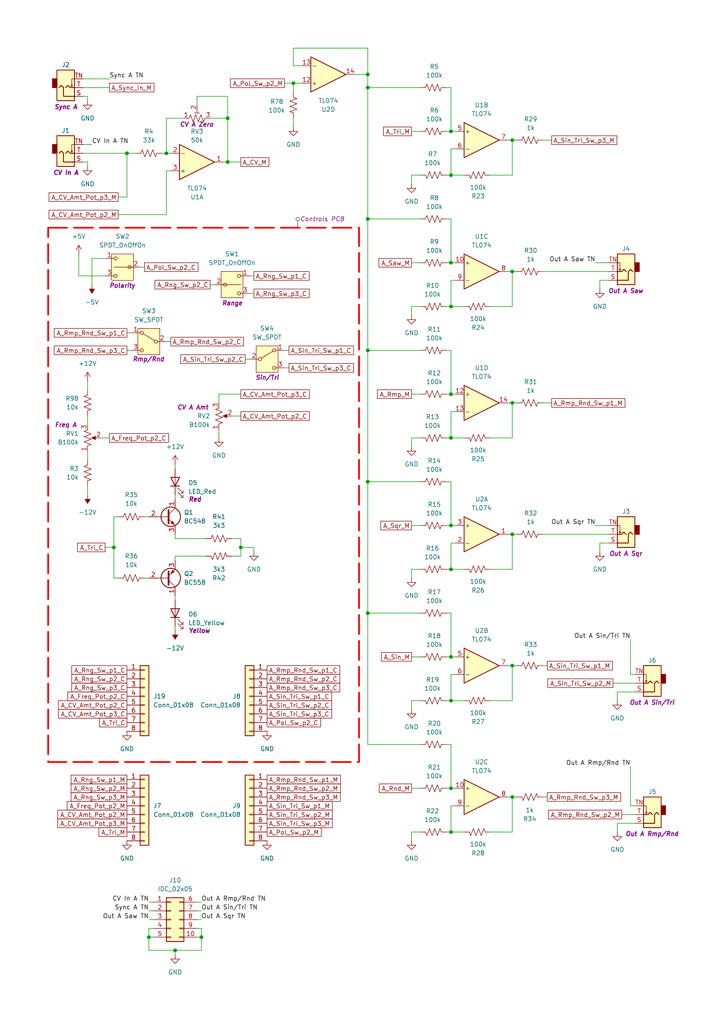
<source format=kicad_sch>
(kicad_sch (version 20250114) (generator "eeschema") (generator_version "9.0")
  (paper "A4" portrait)
  (title_block (company "DMH Instruments") (comment 1 "PCB for 10cm Kosmo format synthesizer module"))
  (junction (at 148.59 193.04))
  (junction (at 106.68 63.5))
  (junction (at 50.8 275.59))
  (junction (at 69.85 158.75))
  (junction (at 106.68 177.8))
  (junction (at 106.68 21.59))
  (junction (at 48.26 44.45))
  (junction (at 130.81 38.1))
  (junction (at 148.59 154.94))
  (junction (at 36.83 44.45))
  (junction (at 130.81 165.1))
  (junction (at 106.68 101.6))
  (junction (at 130.81 241.3))
  (junction (at 130.81 203.2))
  (junction (at 58.42 271.78))
  (junction (at 130.81 127))
  (junction (at 148.59 231.14))
  (junction (at 85.09 24.13))
  (junction (at 148.59 116.84))
  (junction (at 130.81 152.4))
  (junction (at 106.68 139.7))
  (junction (at 130.81 88.9))
  (junction (at 66.04 46.99))
  (junction (at 148.59 78.74))
  (junction (at 130.81 76.2))
  (junction (at 130.81 50.8))
  (junction (at 66.04 34.29))
  (junction (at 130.81 114.3))
  (junction (at 43.18 271.78))
  (junction (at 33.02 158.75))
  (junction (at 130.81 228.6))
  (junction (at 106.68 25.4))
  (junction (at 148.59 40.64))
  (junction (at 130.81 190.5))
  (wire (pts (xy 25.4 140.97) (xy 25.4 143.51)))
  (wire (pts (xy 119.38 203.2) (xy 119.38 205.74)))
  (wire (pts (xy 149.86 193.04) (xy 148.59 193.04)))
  (wire (pts (xy 129.54 127) (xy 130.81 127)))
  (wire (pts (xy 182.88 233.68) (xy 184.15 233.68)))
  (wire (pts (xy 130.81 114.3) (xy 132.08 114.3)))
  (wire (pts (xy 58.42 271.78) (xy 58.42 275.59)))
  (wire (pts (xy 22.86 73.66) (xy 22.86 80.01)))
  (wire (pts (xy 106.68 63.5) (xy 106.68 101.6)))
  (wire (pts (xy 157.48 78.74) (xy 176.53 78.74)))
  (wire (pts (xy 173.99 157.48) (xy 173.99 160.02)))
  (wire (pts (xy 66.04 46.99) (xy 64.77 46.99)))
  (wire (pts (xy 157.48 116.84) (xy 160.02 116.84)))
  (wire (pts (xy 130.81 233.68) (xy 132.08 233.68)))
  (wire (pts (xy 33.02 158.75) (xy 33.02 149.86)))
  (wire (pts (xy 121.92 177.8) (xy 106.68 177.8)))
  (wire (pts (xy 180.34 236.22) (xy 184.15 236.22)))
  (wire (pts (xy 57.15 30.48) (xy 57.15 27.94)))
  (wire (pts (xy 179.07 200.66) (xy 179.07 203.2)))
  (wire (pts (xy 130.81 88.9) (xy 130.81 81.28)))
  (wire (pts (xy 72.39 80.01) (xy 73.66 80.01)))
  (wire (pts (xy 147.32 231.14) (xy 148.59 231.14)))
  (wire (pts (xy 72.39 85.09) (xy 73.66 85.09)))
  (wire (pts (xy 147.32 154.94) (xy 148.59 154.94)))
  (wire (pts (xy 48.26 44.45) (xy 49.53 44.45)))
  (wire (pts (xy 25.4 120.65) (xy 25.4 123.19)))
  (wire (pts (xy 50.8 156.21) (xy 50.8 154.94)))
  (wire (pts (xy 147.32 116.84) (xy 148.59 116.84)))
  (wire (pts (xy 179.07 238.76) (xy 179.07 241.3)))
  (wire (pts (xy 106.68 25.4) (xy 106.68 21.59)))
  (wire (pts (xy 129.54 228.6) (xy 130.81 228.6)))
  (wire (pts (xy 24.13 22.86) (xy 31.75 22.86)))
  (wire (pts (xy 119.38 241.3) (xy 121.92 241.3)))
  (wire (pts (xy 59.69 156.21) (xy 50.8 156.21)))
  (wire (pts (xy 41.91 149.86) (xy 43.18 149.86)))
  (wire (pts (xy 57.15 261.62) (xy 58.42 261.62)))
  (wire (pts (xy 119.38 88.9) (xy 119.38 91.44)))
  (wire (pts (xy 73.66 158.75) (xy 73.66 160.02)))
  (wire (pts (xy 119.38 127) (xy 119.38 129.54)))
  (wire (pts (xy 130.81 119.38) (xy 132.08 119.38)))
  (wire (pts (xy 184.15 238.76) (xy 179.07 238.76)))
  (wire (pts (xy 30.48 80.01) (xy 22.86 80.01)))
  (wire (pts (xy 129.54 190.5) (xy 130.81 190.5)))
  (wire (pts (xy 148.59 88.9) (xy 142.24 88.9)))
  (wire (pts (xy 82.55 24.13) (xy 85.09 24.13)))
  (wire (pts (xy 50.8 275.59) (xy 50.8 276.86)))
  (wire (pts (xy 50.8 143.51) (xy 50.8 144.78)))
  (wire (pts (xy 129.54 88.9) (xy 130.81 88.9)))
  (wire (pts (xy 33.02 167.64) (xy 33.02 158.75)))
  (wire (pts (xy 130.81 139.7) (xy 130.81 152.4)))
  (wire (pts (xy 25.4 110.49) (xy 25.4 113.03)))
  (wire (pts (xy 121.92 139.7) (xy 106.68 139.7)))
  (wire (pts (xy 83.82 106.68) (xy 82.55 106.68)))
  (wire (pts (xy 25.4 48.26) (xy 25.4 46.99)))
  (wire (pts (xy 34.29 167.64) (xy 33.02 167.64)))
  (wire (pts (xy 30.48 158.75) (xy 33.02 158.75)))
  (wire (pts (xy 172.72 152.4) (xy 176.53 152.4)))
  (wire (pts (xy 130.81 81.28) (xy 132.08 81.28)))
  (wire (pts (xy 130.81 241.3) (xy 130.81 233.68)))
  (wire (pts (xy 29.21 127) (xy 31.75 127)))
  (wire (pts (xy 66.04 34.29) (xy 66.04 46.99)))
  (wire (pts (xy 130.81 50.8) (xy 130.81 43.18)))
  (wire (pts (xy 148.59 193.04) (xy 148.59 203.2)))
  (wire (pts (xy 43.18 264.16) (xy 44.45 264.16)))
  (wire (pts (xy 147.32 193.04) (xy 148.59 193.04)))
  (wire (pts (xy 129.54 38.1) (xy 130.81 38.1)))
  (wire (pts (xy 119.38 152.4) (xy 121.92 152.4)))
  (wire (pts (xy 130.81 63.5) (xy 130.81 76.2)))
  (wire (pts (xy 149.86 154.94) (xy 148.59 154.94)))
  (wire (pts (xy 130.81 165.1) (xy 134.62 165.1)))
  (wire (pts (xy 85.09 34.29) (xy 85.09 36.83)))
  (wire (pts (xy 119.38 88.9) (xy 121.92 88.9)))
  (wire (pts (xy 57.15 271.78) (xy 58.42 271.78)))
  (wire (pts (xy 130.81 43.18) (xy 132.08 43.18)))
  (wire (pts (xy 34.29 62.23) (xy 48.26 62.23)))
  (wire (pts (xy 106.68 101.6) (xy 121.92 101.6)))
  (wire (pts (xy 85.09 24.13) (xy 85.09 26.67)))
  (wire (pts (xy 130.81 25.4) (xy 130.81 38.1)))
  (wire (pts (xy 158.75 231.14) (xy 157.48 231.14)))
  (wire (pts (xy 43.18 269.24) (xy 43.18 271.78)))
  (wire (pts (xy 67.31 120.65) (xy 69.85 120.65)))
  (wire (pts (xy 24.13 25.4) (xy 31.75 25.4)))
  (wire (pts (xy 148.59 231.14) (xy 148.59 241.3)))
  (wire (pts (xy 43.18 271.78) (xy 43.18 275.59)))
  (wire (pts (xy 44.45 269.24) (xy 43.18 269.24)))
  (wire (pts (xy 24.13 44.45) (xy 36.83 44.45)))
  (wire (pts (xy 130.81 127) (xy 130.81 119.38)))
  (wire (pts (xy 130.81 177.8) (xy 130.81 190.5)))
  (wire (pts (xy 48.26 34.29) (xy 48.26 44.45)))
  (wire (pts (xy 59.69 161.29) (xy 50.8 161.29)))
  (wire (pts (xy 148.59 50.8) (xy 142.24 50.8)))
  (wire (pts (xy 147.32 40.64) (xy 148.59 40.64)))
  (wire (pts (xy 50.8 161.29) (xy 50.8 162.56)))
  (wire (pts (xy 130.81 38.1) (xy 132.08 38.1)))
  (wire (pts (xy 85.09 24.13) (xy 87.63 24.13)))
  (wire (pts (xy 25.4 130.81) (xy 25.4 133.35)))
  (wire (pts (xy 119.38 127) (xy 121.92 127)))
  (wire (pts (xy 67.31 156.21) (xy 69.85 156.21)))
  (wire (pts (xy 25.4 29.21) (xy 25.4 27.94)))
  (wire (pts (xy 121.92 63.5) (xy 106.68 63.5)))
  (wire (pts (xy 36.83 57.15) (xy 36.83 44.45)))
  (wire (pts (xy 57.15 266.7) (xy 58.42 266.7)))
  (wire (pts (xy 106.68 13.97) (xy 106.68 21.59)))
  (wire (pts (xy 30.48 74.93) (xy 26.67 74.93)))
  (wire (pts (xy 66.04 46.99) (xy 69.85 46.99)))
  (wire (pts (xy 50.8 181.61) (xy 50.8 182.88)))
  (wire (pts (xy 121.92 215.9) (xy 106.68 215.9)))
  (wire (pts (xy 106.68 139.7) (xy 106.68 177.8)))
  (wire (pts (xy 184.15 200.66) (xy 179.07 200.66)))
  (wire (pts (xy 43.18 275.59) (xy 50.8 275.59)))
  (wire (pts (xy 69.85 158.75) (xy 73.66 158.75)))
  (wire (pts (xy 130.81 241.3) (xy 134.62 241.3)))
  (wire (pts (xy 147.32 78.74) (xy 148.59 78.74)))
  (wire (pts (xy 130.81 50.8) (xy 134.62 50.8)))
  (wire (pts (xy 67.31 161.29) (xy 69.85 161.29)))
  (wire (pts (xy 58.42 269.24) (xy 58.42 271.78)))
  (wire (pts (xy 148.59 165.1) (xy 142.24 165.1)))
  (wire (pts (xy 130.81 203.2) (xy 130.81 195.58)))
  (wire (pts (xy 129.54 139.7) (xy 130.81 139.7)))
  (wire (pts (xy 182.88 195.58) (xy 184.15 195.58)))
  (wire (pts (xy 106.68 101.6) (xy 106.68 139.7)))
  (wire (pts (xy 119.38 50.8) (xy 121.92 50.8)))
  (wire (pts (xy 130.81 101.6) (xy 130.81 114.3)))
  (wire (pts (xy 129.54 152.4) (xy 130.81 152.4)))
  (wire (pts (xy 157.48 154.94) (xy 176.53 154.94)))
  (wire (pts (xy 119.38 228.6) (xy 121.92 228.6)))
  (wire (pts (xy 66.04 27.94) (xy 66.04 34.29)))
  (wire (pts (xy 25.4 27.94) (xy 24.13 27.94)))
  (wire (pts (xy 129.54 177.8) (xy 130.81 177.8)))
  (wire (pts (xy 176.53 157.48) (xy 173.99 157.48)))
  (wire (pts (xy 177.8 198.12) (xy 184.15 198.12)))
  (wire (pts (xy 148.59 116.84) (xy 148.59 127)))
  (wire (pts (xy 57.15 27.94) (xy 66.04 27.94)))
  (wire (pts (xy 173.99 81.28) (xy 173.99 83.82)))
  (wire (pts (xy 69.85 158.75) (xy 69.85 161.29)))
  (wire (pts (xy 50.8 275.59) (xy 58.42 275.59)))
  (wire (pts (xy 130.81 152.4) (xy 132.08 152.4)))
  (wire (pts (xy 60.96 82.55) (xy 62.23 82.55)))
  (wire (pts (xy 50.8 172.72) (xy 50.8 173.99)))
  (wire (pts (xy 130.81 165.1) (xy 130.81 157.48)))
  (wire (pts (xy 130.81 215.9) (xy 130.81 228.6)))
  (wire (pts (xy 149.86 116.84) (xy 148.59 116.84)))
  (wire (pts (xy 85.09 19.05) (xy 85.09 13.97)))
  (wire (pts (xy 130.81 127) (xy 134.62 127)))
  (wire (pts (xy 106.68 63.5) (xy 106.68 25.4)))
  (wire (pts (xy 129.54 63.5) (xy 130.81 63.5)))
  (wire (pts (xy 130.81 203.2) (xy 134.62 203.2)))
  (wire (pts (xy 48.26 34.29) (xy 53.34 34.29)))
  (wire (pts (xy 129.54 215.9) (xy 130.81 215.9)))
  (wire (pts (xy 85.09 13.97) (xy 106.68 13.97)))
  (wire (pts (xy 106.68 25.4) (xy 121.92 25.4)))
  (wire (pts (xy 63.5 114.3) (xy 63.5 116.84)))
  (wire (pts (xy 40.64 77.47) (xy 41.91 77.47)))
  (wire (pts (xy 43.18 266.7) (xy 44.45 266.7)))
  (wire (pts (xy 43.18 261.62) (xy 44.45 261.62)))
  (wire (pts (xy 41.91 167.64) (xy 43.18 167.64)))
  (wire (pts (xy 148.59 241.3) (xy 142.24 241.3)))
  (wire (pts (xy 130.81 228.6) (xy 132.08 228.6)))
  (wire (pts (xy 50.8 134.62) (xy 50.8 135.89)))
  (wire (pts (xy 57.15 264.16) (xy 58.42 264.16)))
  (wire (pts (xy 130.81 157.48) (xy 132.08 157.48)))
  (wire (pts (xy 36.83 101.6) (xy 38.1 101.6)))
  (wire (pts (xy 46.99 44.45) (xy 48.26 44.45)))
  (wire (pts (xy 119.38 114.3) (xy 121.92 114.3)))
  (wire (pts (xy 119.38 190.5) (xy 121.92 190.5)))
  (wire (pts (xy 129.54 76.2) (xy 130.81 76.2)))
  (wire (pts (xy 60.96 34.29) (xy 66.04 34.29)))
  (wire (pts (xy 148.59 40.64) (xy 148.59 50.8)))
  (wire (pts (xy 172.72 76.2) (xy 176.53 76.2)))
  (wire (pts (xy 119.38 50.8) (xy 119.38 53.34)))
  (wire (pts (xy 48.26 62.23) (xy 48.26 49.53)))
  (wire (pts (xy 87.63 19.05) (xy 85.09 19.05)))
  (wire (pts (xy 57.15 269.24) (xy 58.42 269.24)))
  (wire (pts (xy 148.59 78.74) (xy 148.59 88.9)))
  (wire (pts (xy 182.88 233.68) (xy 182.88 222.25)))
  (wire (pts (xy 69.85 114.3) (xy 63.5 114.3)))
  (wire (pts (xy 36.83 44.45) (xy 39.37 44.45)))
  (wire (pts (xy 129.54 203.2) (xy 130.81 203.2)))
  (wire (pts (xy 25.4 46.99) (xy 24.13 46.99)))
  (wire (pts (xy 149.86 40.64) (xy 148.59 40.64)))
  (wire (pts (xy 148.59 203.2) (xy 142.24 203.2)))
  (wire (pts (xy 24.13 41.91) (xy 26.67 41.91)))
  (wire (pts (xy 102.87 21.59) (xy 106.68 21.59)))
  (wire (pts (xy 157.48 40.64) (xy 160.02 40.64)))
  (wire (pts (xy 48.26 99.06) (xy 49.53 99.06)))
  (wire (pts (xy 130.81 76.2) (xy 132.08 76.2)))
  (wire (pts (xy 43.18 271.78) (xy 44.45 271.78)))
  (wire (pts (xy 130.81 190.5) (xy 132.08 190.5)))
  (wire (pts (xy 119.38 76.2) (xy 121.92 76.2)))
  (wire (pts (xy 129.54 241.3) (xy 130.81 241.3)))
  (wire (pts (xy 106.68 215.9) (xy 106.68 177.8)))
  (wire (pts (xy 176.53 81.28) (xy 173.99 81.28)))
  (wire (pts (xy 148.59 127) (xy 142.24 127)))
  (wire (pts (xy 48.26 49.53) (xy 49.53 49.53)))
  (wire (pts (xy 34.29 57.15) (xy 36.83 57.15)))
  (wire (pts (xy 72.39 104.14) (xy 71.12 104.14)))
  (wire (pts (xy 129.54 50.8) (xy 130.81 50.8)))
  (wire (pts (xy 119.38 241.3) (xy 119.38 243.84)))
  (wire (pts (xy 36.83 96.52) (xy 38.1 96.52)))
  (wire (pts (xy 130.81 88.9) (xy 134.62 88.9)))
  (wire (pts (xy 129.54 165.1) (xy 130.81 165.1)))
  (wire (pts (xy 119.38 165.1) (xy 119.38 167.64)))
  (wire (pts (xy 182.88 185.42) (xy 182.88 195.58)))
  (wire (pts (xy 130.81 195.58) (xy 132.08 195.58)))
  (wire (pts (xy 119.38 38.1) (xy 121.92 38.1)))
  (wire (pts (xy 119.38 165.1) (xy 121.92 165.1)))
  (wire (pts (xy 119.38 203.2) (xy 121.92 203.2)))
  (wire (pts (xy 129.54 25.4) (xy 130.81 25.4)))
  (wire (pts (xy 63.5 124.46) (xy 63.5 127)))
  (wire (pts (xy 129.54 114.3) (xy 130.81 114.3)))
  (wire (pts (xy 148.59 154.94) (xy 148.59 165.1)))
  (wire (pts (xy 149.86 78.74) (xy 148.59 78.74)))
  (wire (pts (xy 83.82 101.6) (xy 82.55 101.6)))
  (wire (pts (xy 148.59 231.14) (xy 149.86 231.14)))
  (wire (pts (xy 33.02 149.86) (xy 34.29 149.86)))
  (wire (pts (xy 69.85 156.21) (xy 69.85 158.75)))
  (wire (pts (xy 157.48 193.04) (xy 158.75 193.04)))
  (wire (pts (xy 26.67 74.93) (xy 26.67 82.55)))
  (wire (pts (xy 129.54 101.6) (xy 130.81 101.6)))
  (label "Out A Sin{slash}Tri TN" (at 182.88 185.42 180))
  (label "Out A Rmp{slash}Rnd TN" (at 58.42 261.62 0))
  (label "Out A Rmp{slash}Rnd TN" (at 182.88 222.25 180))
  (label "Out A Sqr TN" (at 172.72 152.4 180))
  (label "Out A Saw TN" (at 172.72 76.2 180))
  (label "Out A Sqr TN" (at 58.42 266.7 0))
  (label "Out A Sin{slash}Tri TN" (at 58.42 264.16 0))
  (label "Out A Saw TN" (at 43.18 266.7 180))
  (label "Sync A TN" (at 31.75 22.86 0))
  (label "Sync A TN" (at 43.18 264.16 180))
  (label "CV In A TN" (at 43.18 261.62 180))
  (label "CV In A TN" (at 26.67 41.91 0))
  (global_label "A_Rng_Sw_p2_C" (shape passive) (at 60.96 82.55 180) (property "Intersheetrefs" "${INTERSHEET_REFS}" (effects (hide yes))))
  (global_label "A_CV_M" (shape passive) (at 69.85 46.99 0) (property "Intersheetrefs" "${INTERSHEET_REFS}" (effects (hide yes))))
  (global_label "A_Freq_Pot_p2_C" (shape passive) (at 31.75 127 0) (property "Intersheetrefs" "${INTERSHEET_REFS}" (effects (hide yes))))
  (global_label "A_Sin_Tri_Sw_p1_C" (shape passive) (at 77.47 201.93 0) (property "Intersheetrefs" "${INTERSHEET_REFS}" (effects (hide yes))))
  (global_label "A_Rng_Sw_p1_M" (shape passive) (at 36.83 226.06 180) (property "Intersheetrefs" "${INTERSHEET_REFS}" (effects (hide yes))))
  (global_label "A_Pol_Sw_p2_C" (shape passive) (at 77.47 209.55 0) (property "Intersheetrefs" "${INTERSHEET_REFS}" (effects (hide yes))))
  (global_label "A_Sin_Tri_Sw_p1_M" (shape passive) (at 77.47 233.68 0) (property "Intersheetrefs" "${INTERSHEET_REFS}" (effects (hide yes))))
  (global_label "A_CV_Amt_Pot_p2_C" (shape passive) (at 69.85 120.65 0) (property "Intersheetrefs" "${INTERSHEET_REFS}" (effects (hide yes))))
  (global_label "A_Sin_Tri_Sw_p2_M" (shape passive) (at 77.47 236.22 0) (property "Intersheetrefs" "${INTERSHEET_REFS}" (effects (hide yes))))
  (global_label "A_Rng_Sw_p2_C" (shape passive) (at 36.83 196.85 180) (property "Intersheetrefs" "${INTERSHEET_REFS}" (effects (hide yes))))
  (global_label "A_Pol_Sw_p2_C" (shape passive) (at 41.91 77.47 0) (property "Intersheetrefs" "${INTERSHEET_REFS}" (effects (hide yes))))
  (global_label "A_CV_Amt_Pot_p2_M" (shape passive) (at 36.83 236.22 180) (property "Intersheetrefs" "${INTERSHEET_REFS}" (effects (hide yes))))
  (global_label "A_Rmp_Rnd_Sw_p1_C" (shape passive) (at 36.83 96.52 180) (property "Intersheetrefs" "${INTERSHEET_REFS}" (effects (hide yes))))
  (global_label "A_Rng_Sw_p2_M" (shape passive) (at 36.83 228.6 180) (property "Intersheetrefs" "${INTERSHEET_REFS}" (effects (hide yes))))
  (global_label "A_Tri_C" (shape passive) (at 30.48 158.75 180) (property "Intersheetrefs" "${INTERSHEET_REFS}" (effects (hide yes))))
  (global_label "A_Rmp_Rnd_Sw_p1_M" (shape passive) (at 160.02 116.84 0) (property "Intersheetrefs" "${INTERSHEET_REFS}" (effects (hide yes))))
  (global_label "A_CV_Amt_Pot_p2_M" (shape passive) (at 34.29 62.23 180) (property "Intersheetrefs" "${INTERSHEET_REFS}" (effects (hide yes))))
  (global_label "A_Rmp_Rnd_Sw_p3_M" (shape passive) (at 77.47 231.14 0) (property "Intersheetrefs" "${INTERSHEET_REFS}" (effects (hide yes))))
  (global_label "A_Rng_Sw_p3_M" (shape passive) (at 36.83 231.14 180) (property "Intersheetrefs" "${INTERSHEET_REFS}" (effects (hide yes))))
  (global_label "A_Rng_Sw_p3_C" (shape passive) (at 36.83 199.39 180) (property "Intersheetrefs" "${INTERSHEET_REFS}" (effects (hide yes))))
  (global_label "A_Rmp_Rnd_Sw_p1_M" (shape passive) (at 77.47 226.06 0) (property "Intersheetrefs" "${INTERSHEET_REFS}" (effects (hide yes))))
  (global_label "A_Freq_Pot_p2_C" (shape passive) (at 36.83 201.93 180) (property "Intersheetrefs" "${INTERSHEET_REFS}" (effects (hide yes))))
  (global_label "A_Sin_Tri_Sw_p3_M" (shape passive) (at 77.47 238.76 0) (property "Intersheetrefs" "${INTERSHEET_REFS}" (effects (hide yes))))
  (global_label "A_Rmp_M" (shape passive) (at 119.38 114.3 180) (property "Intersheetrefs" "${INTERSHEET_REFS}" (effects (hide yes))))
  (global_label "A_Rng_Sw_p1_C" (shape passive) (at 73.66 80.01 0) (property "Intersheetrefs" "${INTERSHEET_REFS}" (effects (hide yes))))
  (global_label "A_Pol_Sw_p2_M" (shape passive) (at 82.55 24.13 180) (property "Intersheetrefs" "${INTERSHEET_REFS}" (effects (hide yes))))
  (global_label "A_CV_Amt_Pot_p3_C" (shape passive) (at 36.83 207.01 180) (property "Intersheetrefs" "${INTERSHEET_REFS}" (effects (hide yes))))
  (global_label "A_Sin_Tri_Sw_p1_M" (shape passive) (at 158.75 193.04 0) (property "Intersheetrefs" "${INTERSHEET_REFS}" (effects (hide yes))))
  (global_label "A_Sync_In_M" (shape passive) (at 31.75 25.4 0) (property "Intersheetrefs" "${INTERSHEET_REFS}" (effects (hide yes))))
  (global_label "A_Sin_M" (shape passive) (at 119.38 190.5 180) (property "Intersheetrefs" "${INTERSHEET_REFS}" (effects (hide yes))))
  (global_label "A_Rmp_Rnd_Sw_p1_C" (shape passive) (at 77.47 194.31 0) (property "Intersheetrefs" "${INTERSHEET_REFS}" (effects (hide yes))))
  (global_label "A_CV_Amt_Pot_p3_C" (shape passive) (at 69.85 114.3 0) (property "Intersheetrefs" "${INTERSHEET_REFS}" (effects (hide yes))))
  (global_label "A_Rmp_Rnd_Sw_p2_M" (shape passive) (at 77.47 228.6 0) (property "Intersheetrefs" "${INTERSHEET_REFS}" (effects (hide yes))))
  (global_label "A_Sin_Tri_Sw_p3_C" (shape passive) (at 83.82 106.68 0) (property "Intersheetrefs" "${INTERSHEET_REFS}" (effects (hide yes))))
  (global_label "A_Sin_Tri_Sw_p3_C" (shape passive) (at 77.47 207.01 0) (property "Intersheetrefs" "${INTERSHEET_REFS}" (effects (hide yes))))
  (global_label "A_CV_Amt_Pot_p2_C" (shape passive) (at 36.83 204.47 180) (property "Intersheetrefs" "${INTERSHEET_REFS}" (effects (hide yes))))
  (global_label "A_Sin_Tri_Sw_p3_M" (shape passive) (at 160.02 40.64 0) (property "Intersheetrefs" "${INTERSHEET_REFS}" (effects (hide yes))))
  (global_label "A_Tri_M" (shape passive) (at 36.83 241.3 180) (property "Intersheetrefs" "${INTERSHEET_REFS}" (effects (hide yes))))
  (global_label "A_Sin_Tri_Sw_p2_M" (shape passive) (at 177.8 198.12 180) (property "Intersheetrefs" "${INTERSHEET_REFS}" (effects (hide yes))))
  (global_label "A_Rmp_Rnd_Sw_p3_M" (shape passive) (at 158.75 231.14 0) (property "Intersheetrefs" "${INTERSHEET_REFS}" (effects (hide yes))))
  (global_label "A_CV_Amt_Pot_p3_M" (shape passive) (at 36.83 238.76 180) (property "Intersheetrefs" "${INTERSHEET_REFS}" (effects (hide yes))))
  (global_label "A_Tri_C" (shape passive) (at 36.83 209.55 180) (property "Intersheetrefs" "${INTERSHEET_REFS}" (effects (hide yes))))
  (global_label "A_Pol_Sw_p2_M" (shape passive) (at 77.47 241.3 0) (property "Intersheetrefs" "${INTERSHEET_REFS}" (effects (hide yes))))
  (global_label "A_Sin_Tri_Sw_p2_C" (shape passive) (at 77.47 204.47 0) (property "Intersheetrefs" "${INTERSHEET_REFS}" (effects (hide yes))))
  (global_label "A_Rnd_M" (shape passive) (at 119.38 228.6 180) (property "Intersheetrefs" "${INTERSHEET_REFS}" (effects (hide yes))))
  (global_label "A_Rmp_Rnd_Sw_p2_C" (shape passive) (at 49.53 99.06 0) (property "Intersheetrefs" "${INTERSHEET_REFS}" (effects (hide yes))))
  (global_label "A_Rng_Sw_p3_C" (shape passive) (at 73.66 85.09 0) (property "Intersheetrefs" "${INTERSHEET_REFS}" (effects (hide yes))))
  (global_label "A_Freq_Pot_p2_M" (shape passive) (at 36.83 233.68 180) (property "Intersheetrefs" "${INTERSHEET_REFS}" (effects (hide yes))))
  (global_label "A_Rmp_Rnd_Sw_p3_C" (shape passive) (at 36.83 101.6 180) (property "Intersheetrefs" "${INTERSHEET_REFS}" (effects (hide yes))))
  (global_label "A_Rng_Sw_p1_C" (shape passive) (at 36.83 194.31 180) (property "Intersheetrefs" "${INTERSHEET_REFS}" (effects (hide yes))))
  (global_label "A_Rmp_Rnd_Sw_p2_M" (shape passive) (at 180.34 236.22 180) (property "Intersheetrefs" "${INTERSHEET_REFS}" (effects (hide yes))))
  (global_label "A_CV_Amt_Pot_p3_M" (shape passive) (at 34.29 57.15 180) (property "Intersheetrefs" "${INTERSHEET_REFS}" (effects (hide yes))))
  (global_label "A_Tri_M" (shape passive) (at 119.38 38.1 180) (property "Intersheetrefs" "${INTERSHEET_REFS}" (effects (hide yes))))
  (global_label "A_Rmp_Rnd_Sw_p2_C" (shape passive) (at 77.47 196.85 0) (property "Intersheetrefs" "${INTERSHEET_REFS}" (effects (hide yes))))
  (global_label "A_Rmp_Rnd_Sw_p3_C" (shape passive) (at 77.47 199.39 0) (property "Intersheetrefs" "${INTERSHEET_REFS}" (effects (hide yes))))
  (global_label "A_Sin_Tri_Sw_p2_C" (shape passive) (at 71.12 104.14 180) (property "Intersheetrefs" "${INTERSHEET_REFS}" (effects (hide yes))))
  (global_label "A_Saw_M" (shape passive) (at 119.38 76.2 180) (property "Intersheetrefs" "${INTERSHEET_REFS}" (effects (hide yes))))
  (global_label "A_Sin_Tri_Sw_p1_C" (shape passive) (at 83.82 101.6 0) (property "Intersheetrefs" "${INTERSHEET_REFS}" (effects (hide yes))))
  (global_label "A_Sqr_M" (shape passive) (at 119.38 152.4 180) (property "Intersheetrefs" "${INTERSHEET_REFS}" (effects (hide yes))))
  (rule_area (polyline (pts (xy 13.97 66.04) (xy 104.14 66.04) (xy 104.14 220.98) (xy 13.97 220.98)) (stroke (width 0.5) (type dash))))
  (netclass_flag "" (length 2.54) (shape round) (at 86.36 66.04 0) (property "Component Class" "Controls PCB" (at 87.0585 63.5 0) (effects (font (italic yes)) (justify left))))
  (symbol (lib_id "Device:R_US") (at 153.67 78.74 90) (unit 1) (on_board no)
    (property "Reference" "R30" (at 153.924 72.644 90))
    (property "Value" "1k" (at 153.924 75.184 90))
    (property "Footprint" "Resistor_THT:R_Axial_DIN0207_L6.3mm_D2.5mm_P7.62mm_Horizontal" (effects (hide yes)))
    (property "Description" "Resistor, US symbol" (effects (hide yes)))
  )
  (symbol (lib_id "Connector_Generic:Conn_01x08") (at 72.39 233.68 0) (mirror y) (unit 1) (on_board no)
    (property "Reference" "J9" (at 69.85 233.6799 0) (effects (justify left)))
    (property "Value" "Conn_01x08" (at 69.85 236.2199 0) (effects (justify left)))
    (property "Footprint" "Connector_PinHeader_2.54mm:PinHeader_1x08_P2.54mm_Vertical" (effects (hide yes)))
    (property "Description" "Generic connector, single row, 01x08, script generated (kicad-library-utils/schlib/autogen/connector/)" (effects (hide yes)))
  )
  (symbol (lib_id "Amplifier_Operational:TL074") (at 139.7 154.94 0) (unit 1)
    (property "Reference" "U2" (at 139.7 144.78 0))
    (property "Value" "TL074" (at 139.7 147.32 0))
    (property "Footprint" "Package_DIP:DIP-14_W7.62mm_Socket" (effects (hide yes)))
    (property "Datasheet" "http://www.ti.com/lit/ds/symlink/tl071.pdf" (effects (hide yes)))
    (property "Description" "Quad Low-Noise JFET-Input Operational Amplifiers, DIP-14/SOIC-14" (effects (hide yes)))
  )
  (symbol (lib_id "Switch:SW_SPDT") (at 43.18 99.06 0) (mirror y) (unit 1)
    (property "Reference" "SW3" (at 43.18 90.17 0))
    (property "Value" "SW_SPDT" (at 43.18 92.71 0))
    (property "Footprint" "SynthStuff:Toggle_Switch_TE" (effects (hide yes)))
    (property "Description" "Switch, single pole double throw" (effects (hide yes)))
    (property "Function" "Rmp/Rnd" (at 43.18 104.14 0) (effects (font (thickness 0.254) (bold yes) (italic yes))))
  )
  (symbol (lib_id "Device:R_US") (at 125.73 241.3 270) (mirror x) (unit 1) (on_board no)
    (property "Reference" "R22" (at 125.476 235.204 90))
    (property "Value" "100k" (at 125.476 237.744 90))
    (property "Footprint" "Resistor_THT:R_Axial_DIN0207_L6.3mm_D2.5mm_P7.62mm_Horizontal" (effects (hide yes)))
    (property "Description" "Resistor, US symbol" (effects (hide yes)))
  )
  (symbol (lib_id "Device:R_Potentiometer_Trim_US") (at 57.15 34.29 90) (unit 1) (on_board no)
    (property "Reference" "RV3" (at 57.15 38.1 90))
    (property "Value" "50k" (at 57.15 40.64 90))
    (property "Footprint" "Potentiometer_THT:Potentiometer_Bourns_3296X_Horizontal" (effects (hide yes)))
    (property "Description" "Trim-potentiometer, US symbol" (effects (hide yes)))
    (property "Function" "CV A Zero" (at 57.15 36.068 90) (effects (font (thickness 0.254) (bold yes) (italic yes))))
  )
  (symbol (lib_id "Device:R_US") (at 25.4 116.84 0) (mirror y) (unit 1) (on_board no)
    (property "Reference" "R98" (at 22.86 115.5699 0) (effects (justify left)))
    (property "Value" "10k" (at 22.86 118.1099 0) (effects (justify left)))
    (property "Footprint" "Resistor_THT:R_Axial_DIN0207_L6.3mm_D2.5mm_P7.62mm_Horizontal" (effects (hide yes)))
    (property "Description" "Resistor, US symbol" (effects (hide yes)))
  )
  (symbol (lib_id "Device:R_US") (at 125.73 139.7 90) (unit 1) (on_board no)
    (property "Reference" "R14" (at 125.984 133.604 90))
    (property "Value" "100k" (at 125.984 136.144 90))
    (property "Footprint" "Resistor_THT:R_Axial_DIN0207_L6.3mm_D2.5mm_P7.62mm_Horizontal" (effects (hide yes)))
    (property "Description" "Resistor, US symbol" (effects (hide yes)))
  )
  (symbol (lib_id "power:GND") (at 173.99 160.02 0) (unit 1) (on_board no)
    (property "Reference" "#PWR034" (effects (hide yes)))
    (property "Value" "GND" (at 173.99 165.1 0))
    (property "Description" "Power symbol creates a global label with name \"GND\" , ground" (effects (hide yes)))
  )
  (symbol (lib_id "power:GND") (at 119.38 205.74 0) (unit 1) (on_board no)
    (property "Reference" "#PWR029" (effects (hide yes)))
    (property "Value" "GND" (at 119.38 210.82 0))
    (property "Description" "Power symbol creates a global label with name \"GND\" , ground" (effects (hide yes)))
  )
  (symbol (lib_id "Device:R_US") (at 125.73 25.4 90) (unit 1) (on_board no)
    (property "Reference" "R5" (at 125.984 19.304 90))
    (property "Value" "100k" (at 125.984 21.844 90))
    (property "Footprint" "Resistor_THT:R_Axial_DIN0207_L6.3mm_D2.5mm_P7.62mm_Horizontal" (effects (hide yes)))
    (property "Description" "Resistor, US symbol" (effects (hide yes)))
  )
  (symbol (lib_id "Connector_Generic:Conn_01x08") (at 41.91 233.68 0) (unit 1) (on_board no)
    (property "Reference" "J7" (at 44.45 233.6799 0) (effects (justify left)))
    (property "Value" "Conn_01x08" (at 44.45 236.2199 0) (effects (justify left)))
    (property "Footprint" "Connector_PinHeader_2.54mm:PinHeader_1x08_P2.54mm_Vertical" (effects (hide yes)))
    (property "Description" "Generic connector, single row, 01x08, script generated (kicad-library-utils/schlib/autogen/connector/)" (effects (hide yes)))
  )
  (symbol (lib_id "Device:R_US") (at 153.67 116.84 90) (unit 1) (on_board no)
    (property "Reference" "R31" (at 153.924 110.744 90))
    (property "Value" "1k" (at 153.924 113.284 90))
    (property "Footprint" "Resistor_THT:R_Axial_DIN0207_L6.3mm_D2.5mm_P7.62mm_Horizontal" (effects (hide yes)))
    (property "Description" "Resistor, US symbol" (effects (hide yes)))
  )
  (symbol (lib_id "Device:R_US") (at 125.73 215.9 90) (unit 1) (on_board no)
    (property "Reference" "R20" (at 125.984 209.804 90))
    (property "Value" "100k" (at 125.984 212.344 90))
    (property "Footprint" "Resistor_THT:R_Axial_DIN0207_L6.3mm_D2.5mm_P7.62mm_Horizontal" (effects (hide yes)))
    (property "Description" "Resistor, US symbol" (effects (hide yes)))
  )
  (symbol (lib_id "power:GND") (at 119.38 53.34 0) (unit 1) (on_board no)
    (property "Reference" "#PWR025" (effects (hide yes)))
    (property "Value" "GND" (at 119.38 58.42 0))
    (property "Description" "Power symbol creates a global label with name \"GND\" , ground" (effects (hide yes)))
  )
  (symbol (lib_id "Device:R_US") (at 43.18 44.45 90) (unit 1) (on_board no)
    (property "Reference" "R4" (at 43.18 38.1 90))
    (property "Value" "33k" (at 43.18 40.64 90))
    (property "Footprint" "Resistor_THT:R_Axial_DIN0207_L6.3mm_D2.5mm_P7.62mm_Horizontal" (effects (hide yes)))
    (property "Description" "Resistor, US symbol" (effects (hide yes)))
  )
  (symbol (lib_id "Device:R_US") (at 125.73 63.5 90) (unit 1) (on_board no)
    (property "Reference" "R8" (at 125.984 57.404 90))
    (property "Value" "100k" (at 125.984 59.944 90))
    (property "Footprint" "Resistor_THT:R_Axial_DIN0207_L6.3mm_D2.5mm_P7.62mm_Horizontal" (effects (hide yes)))
    (property "Description" "Resistor, US symbol" (effects (hide yes)))
  )
  (symbol (lib_id "Device:R_Potentiometer_US") (at 25.4 127 0) (mirror x) (unit 1) (on_board no)
    (property "Reference" "RV1" (at 22.86 125.7299 0) (effects (justify right)))
    (property "Value" "B100k" (at 22.86 128.2699 0) (effects (justify right)))
    (property "Footprint" "SynthStuff:Potentiometer_TT_P110KH1" (effects (hide yes)))
    (property "Description" "Potentiometer, US symbol" (effects (hide yes)))
    (property "Function" "Freq A" (at 15.748 123.19 0) (effects (font (thickness 0.254) (bold yes) (italic yes)) (justify left)))
  )
  (symbol (lib_id "power:GND") (at 85.09 36.83 0) (unit 1) (on_board no)
    (property "Reference" "#PWR011" (effects (hide yes)))
    (property "Value" "GND" (at 85.09 41.91 0))
    (property "Description" "Power symbol creates a global label with name \"GND\" , ground" (effects (hide yes)))
  )
  (symbol (lib_id "power:-5V") (at 26.67 82.55 180) (unit 1)
    (property "Reference" "#PWR024" (effects (hide yes)))
    (property "Value" "-5V" (at 26.67 87.63 0))
    (property "Description" "Power symbol creates a global label with name \"-5V\"" (effects (hide yes)))
  )
  (symbol (lib_id "Device:R_US") (at 125.73 203.2 270) (mirror x) (unit 1) (on_board no)
    (property "Reference" "R19" (at 125.476 197.104 90))
    (property "Value" "100k" (at 125.476 199.644 90))
    (property "Footprint" "Resistor_THT:R_Axial_DIN0207_L6.3mm_D2.5mm_P7.62mm_Horizontal" (effects (hide yes)))
    (property "Description" "Resistor, US symbol" (effects (hide yes)))
  )
  (symbol (lib_id "Amplifier_Operational:TL074") (at 139.7 116.84 0) (unit 4)
    (property "Reference" "U1" (at 139.7 106.68 0))
    (property "Value" "TL074" (at 139.7 109.22 0))
    (property "Footprint" "Package_DIP:DIP-14_W7.62mm_Socket" (effects (hide yes)))
    (property "Datasheet" "http://www.ti.com/lit/ds/symlink/tl071.pdf" (effects (hide yes)))
    (property "Description" "Quad Low-Noise JFET-Input Operational Amplifiers, DIP-14/SOIC-14" (effects (hide yes)))
  )
  (symbol (lib_id "power:GND") (at 50.8 276.86 0) (unit 1) (on_board no)
    (property "Reference" "#PWR064" (effects (hide yes)))
    (property "Value" "GND" (at 50.8 281.94 0))
    (property "Description" "Power symbol creates a global label with name \"GND\" , ground" (effects (hide yes)))
  )
  (symbol (lib_id "Device:R_US") (at 38.1 149.86 90) (unit 1) (on_board no)
    (property "Reference" "R35" (at 38.1 143.51 90))
    (property "Value" "10k" (at 38.1 146.05 90))
    (property "Footprint" "Resistor_THT:R_Axial_DIN0207_L6.3mm_D2.5mm_P7.62mm_Horizontal" (effects (hide yes)))
    (property "Description" "Resistor, US symbol" (effects (hide yes)))
  )
  (symbol (lib_id "SynthStuff:SW_SPDT_OnOffOn") (at 67.31 82.55 0) (unit 1)
    (property "Reference" "SW1" (at 67.31 73.66 0))
    (property "Value" "SPDT_OnOffOn" (at 67.31 76.2 0))
    (property "Footprint" "SynthStuff:Toggle_Switch_TE" (effects (hide yes)))
    (property "Description" "Switch, single pole double throw" (effects (hide yes)))
    (property "Function" "Range" (at 67.31 87.884 0) (effects (font (thickness 0.254) (bold yes) (italic yes))))
  )
  (symbol (lib_id "Device:R_US") (at 138.43 241.3 90) (mirror x) (unit 1) (on_board no)
    (property "Reference" "R28" (at 138.684 247.396 90))
    (property "Value" "100k" (at 138.684 244.856 90))
    (property "Footprint" "Resistor_THT:R_Axial_DIN0207_L6.3mm_D2.5mm_P7.62mm_Horizontal" (effects (hide yes)))
    (property "Description" "Resistor, US symbol" (effects (hide yes)))
  )
  (symbol (lib_id "power:GND") (at 119.38 91.44 0) (unit 1) (on_board no)
    (property "Reference" "#PWR026" (effects (hide yes)))
    (property "Value" "GND" (at 119.38 96.52 0))
    (property "Description" "Power symbol creates a global label with name \"GND\" , ground" (effects (hide yes)))
  )
  (symbol (lib_id "SynthStuff:TS_Jack_6.35mm_Sw") (at 181.61 78.74 180) (unit 1)
    (property "Reference" "J4" (at 181.61 72.136 0))
    (property "Value" "TS_Jack_6.35mm_Sw" (effects (hide yes)))
    (property "Footprint" "SynthStuff:CUI_MJ-63052A" (effects (hide yes)))
    (property "Description" "Audio Jack, 2 Poles (Mono / TS), Switched T Pole (Normalling), 6.35mm, 1/4inch" (effects (hide yes)))
    (property "Function" "Out A Saw" (at 181.61 84.328 0) (effects (font (thickness 0.254) (bold yes) (italic yes))))
  )
  (symbol (lib_id "Device:R_US") (at 138.43 127 90) (mirror x) (unit 1) (on_board no)
    (property "Reference" "R25" (at 138.684 133.096 90))
    (property "Value" "100k" (at 138.684 130.556 90))
    (property "Footprint" "Resistor_THT:R_Axial_DIN0207_L6.3mm_D2.5mm_P7.62mm_Horizontal" (effects (hide yes)))
    (property "Description" "Resistor, US symbol" (effects (hide yes)))
  )
  (symbol (lib_id "power:GND") (at 73.66 160.02 0) (unit 1) (on_board no)
    (property "Reference" "#PWR040" (effects (hide yes)))
    (property "Value" "GND" (at 73.66 165.1 0))
    (property "Description" "Power symbol creates a global label with name \"GND\" , ground" (effects (hide yes)))
  )
  (symbol (lib_id "Device:R_US") (at 125.73 152.4 90) (unit 1) (on_board no)
    (property "Reference" "R15" (at 125.984 146.304 90))
    (property "Value" "100k" (at 125.984 148.844 90))
    (property "Footprint" "Resistor_THT:R_Axial_DIN0207_L6.3mm_D2.5mm_P7.62mm_Horizontal" (effects (hide yes)))
    (property "Description" "Resistor, US symbol" (effects (hide yes)))
  )
  (symbol (lib_id "Device:R_US") (at 63.5 161.29 90) (mirror x) (unit 1) (on_board no)
    (property "Reference" "R42" (at 63.5 167.64 90))
    (property "Value" "3k3" (at 63.5 165.1 90))
    (property "Footprint" "Resistor_THT:R_Axial_DIN0207_L6.3mm_D2.5mm_P7.62mm_Horizontal" (effects (hide yes)))
    (property "Description" "Resistor, US symbol" (effects (hide yes)))
  )
  (symbol (lib_id "Device:R_US") (at 125.73 177.8 90) (unit 1) (on_board no)
    (property "Reference" "R17" (at 125.984 171.704 90))
    (property "Value" "100k" (at 125.984 174.244 90))
    (property "Footprint" "Resistor_THT:R_Axial_DIN0207_L6.3mm_D2.5mm_P7.62mm_Horizontal" (effects (hide yes)))
    (property "Description" "Resistor, US symbol" (effects (hide yes)))
  )
  (symbol (lib_id "power:GND") (at 36.83 243.84 0) (unit 1) (on_board no)
    (property "Reference" "#PWR073" (effects (hide yes)))
    (property "Value" "GND" (at 36.83 248.92 0))
    (property "Description" "Power symbol creates a global label with name \"GND\" , ground" (effects (hide yes)))
  )
  (symbol (lib_id "Device:R_US") (at 125.73 76.2 90) (unit 1) (on_board no)
    (property "Reference" "R9" (at 125.984 70.104 90))
    (property "Value" "100k" (at 125.984 72.644 90))
    (property "Footprint" "Resistor_THT:R_Axial_DIN0207_L6.3mm_D2.5mm_P7.62mm_Horizontal" (effects (hide yes)))
    (property "Description" "Resistor, US symbol" (effects (hide yes)))
  )
  (symbol (lib_id "Amplifier_Operational:TL074") (at 57.15 46.99 0) (mirror x) (unit 1)
    (property "Reference" "U1" (at 57.15 57.15 0))
    (property "Value" "TL074" (at 57.15 54.61 0))
    (property "Footprint" "Package_DIP:DIP-14_W7.62mm_Socket" (effects (hide yes)))
    (property "Datasheet" "http://www.ti.com/lit/ds/symlink/tl071.pdf" (effects (hide yes)))
    (property "Description" "Quad Low-Noise JFET-Input Operational Amplifiers, DIP-14/SOIC-14" (effects (hide yes)))
  )
  (symbol (lib_id "Connector_Generic:Conn_01x08") (at 72.39 201.93 0) (mirror y) (unit 1) (on_board no)
    (property "Reference" "J8" (at 69.85 201.9299 0) (effects (justify left)))
    (property "Value" "Conn_01x08" (at 69.85 204.4699 0) (effects (justify left)))
    (property "Footprint" "Connector_PinHeader_2.54mm:PinHeader_1x08_P2.54mm_Vertical" (effects (hide yes)))
    (property "Description" "Generic connector, single row, 01x08, script generated (kicad-library-utils/schlib/autogen/connector/)" (effects (hide yes)))
  )
  (symbol (lib_id "Device:R_US") (at 125.73 101.6 90) (unit 1) (on_board no)
    (property "Reference" "R11" (at 125.984 95.504 90))
    (property "Value" "100k" (at 125.984 98.044 90))
    (property "Footprint" "Resistor_THT:R_Axial_DIN0207_L6.3mm_D2.5mm_P7.62mm_Horizontal" (effects (hide yes)))
    (property "Description" "Resistor, US symbol" (effects (hide yes)))
  )
  (symbol (lib_id "power:GND") (at 173.99 83.82 0) (unit 1) (on_board no)
    (property "Reference" "#PWR033" (effects (hide yes)))
    (property "Value" "GND" (at 173.99 88.9 0))
    (property "Description" "Power symbol creates a global label with name \"GND\" , ground" (effects (hide yes)))
  )
  (symbol (lib_id "Device:R_US") (at 138.43 203.2 90) (mirror x) (unit 1) (on_board no)
    (property "Reference" "R27" (at 138.684 209.296 90))
    (property "Value" "100k" (at 138.684 206.756 90))
    (property "Footprint" "Resistor_THT:R_Axial_DIN0207_L6.3mm_D2.5mm_P7.62mm_Horizontal" (effects (hide yes)))
    (property "Description" "Resistor, US symbol" (effects (hide yes)))
  )
  (symbol (lib_id "SynthStuff:BackBone_Connector_10Pin") (at 50.8 266.7 0) (unit 1)
    (property "Reference" "J10" (at 50.8 255.27 0))
    (property "Value" "IDC_02x05" (at 50.8 257.81 0))
    (property "Footprint" "SynthStuff:IDC-Header_2x05_P2.54mm_Vertical_BackBone" (effects (hide yes)))
    (property "Description" "IDC jack, 2x5 pins, row a carries same signals as row b." (effects (hide yes)))
  )
  (symbol (lib_id "Device:R_US") (at 153.67 193.04 90) (unit 1) (on_board no)
    (property "Reference" "R33" (at 153.924 186.944 90))
    (property "Value" "1k" (at 153.924 189.484 90))
    (property "Footprint" "Resistor_THT:R_Axial_DIN0207_L6.3mm_D2.5mm_P7.62mm_Horizontal" (effects (hide yes)))
    (property "Description" "Resistor, US symbol" (effects (hide yes)))
  )
  (symbol (lib_id "SynthStuff:TS_Jack_6.35mm_Sw") (at 19.05 25.4 0) (mirror x) (unit 1)
    (property "Reference" "J2" (at 19.05 18.796 0))
    (property "Value" "TS_Jack_6.35mm_Sw" (effects (hide yes)))
    (property "Footprint" "SynthStuff:CUI_MJ-63052A" (effects (hide yes)))
    (property "Description" "Audio Jack, 2 Poles (Mono / TS), Switched T Pole (Normalling), 6.35mm, 1/4inch" (effects (hide yes)))
    (property "Function" "Sync A" (at 19.05 30.988 0) (effects (font (thickness 0.254) (bold yes) (italic yes))))
  )
  (symbol (lib_id "Device:R_US") (at 153.67 40.64 90) (unit 1) (on_board no)
    (property "Reference" "R29" (at 153.924 34.544 90))
    (property "Value" "1k" (at 153.924 37.084 90))
    (property "Footprint" "Resistor_THT:R_Axial_DIN0207_L6.3mm_D2.5mm_P7.62mm_Horizontal" (effects (hide yes)))
    (property "Description" "Resistor, US symbol" (effects (hide yes)))
  )
  (symbol (lib_id "Device:R_US") (at 38.1 167.64 90) (unit 1) (on_board no)
    (property "Reference" "R36" (at 38.1 161.29 90))
    (property "Value" "10k" (at 38.1 163.83 90))
    (property "Footprint" "Resistor_THT:R_Axial_DIN0207_L6.3mm_D2.5mm_P7.62mm_Horizontal" (effects (hide yes)))
    (property "Description" "Resistor, US symbol" (effects (hide yes)))
  )
  (symbol (lib_id "Amplifier_Operational:TL074") (at 139.7 78.74 0) (unit 3)
    (property "Reference" "U1" (at 139.7 68.58 0))
    (property "Value" "TL074" (at 139.7 71.12 0))
    (property "Footprint" "Package_DIP:DIP-14_W7.62mm_Socket" (effects (hide yes)))
    (property "Datasheet" "http://www.ti.com/lit/ds/symlink/tl071.pdf" (effects (hide yes)))
    (property "Description" "Quad Low-Noise JFET-Input Operational Amplifiers, DIP-14/SOIC-14" (effects (hide yes)))
  )
  (symbol (lib_id "Transistor_BJT:BC548") (at 48.26 149.86 0) (unit 1)
    (property "Reference" "Q1" (at 53.34 148.5899 0) (effects (justify left)))
    (property "Value" "BC548" (at 53.34 151.1299 0) (effects (justify left)))
    (property "Footprint" "Package_TO_SOT_THT:TO-92L_Inline_Wide" (effects (hide yes)))
    (property "Datasheet" "https://www.onsemi.com/pub/Collateral/BC550-D.pdf" (effects (hide yes)))
    (property "Description" "0.1A Ic, 30V Vce, Small Signal NPN Transistor, TO-92" (effects (hide yes)))
  )
  (symbol (lib_id "SynthStuff:SW_SPDT_OnOffOn") (at 35.56 77.47 0) (mirror y) (unit 1)
    (property "Reference" "SW2" (at 35.56 68.58 0))
    (property "Value" "SPDT_OnOffOn" (at 35.56 71.12 0))
    (property "Footprint" "SynthStuff:Toggle_Switch_TE" (effects (hide yes)))
    (property "Description" "Switch, single pole double throw" (effects (hide yes)))
    (property "Function" "Polarity" (at 35.56 82.804 0) (effects (font (thickness 0.254) (bold yes) (italic yes))))
  )
  (symbol (lib_id "Device:R_US") (at 125.73 38.1 90) (unit 1) (on_board no)
    (property "Reference" "R6" (at 125.984 32.004 90))
    (property "Value" "100k" (at 125.984 34.544 90))
    (property "Footprint" "Resistor_THT:R_Axial_DIN0207_L6.3mm_D2.5mm_P7.62mm_Horizontal" (effects (hide yes)))
    (property "Description" "Resistor, US symbol" (effects (hide yes)))
  )
  (symbol (lib_id "power:GND") (at 77.47 243.84 0) (unit 1) (on_board no)
    (property "Reference" "#PWR074" (effects (hide yes)))
    (property "Value" "GND" (at 77.47 248.92 0))
    (property "Description" "Power symbol creates a global label with name \"GND\" , ground" (effects (hide yes)))
  )
  (symbol (lib_id "Device:R_US") (at 153.67 231.14 270) (mirror x) (unit 1)
    (property "Reference" "R34" (at 153.67 237.49 90))
    (property "Value" "1k" (at 153.67 234.95 90))
    (property "Footprint" "Resistor_THT:R_Axial_DIN0207_L6.3mm_D2.5mm_P7.62mm_Horizontal" (effects (hide yes)))
    (property "Description" "Resistor, US symbol" (effects (hide yes)))
  )
  (symbol (lib_id "SynthStuff:TS_Jack_6.35mm_Sw") (at 19.05 44.45 0) (mirror x) (unit 1)
    (property "Reference" "J1" (at 19.05 37.846 0))
    (property "Value" "TS_Jack_6.35mm_Sw" (effects (hide yes)))
    (property "Footprint" "SynthStuff:CUI_MJ-63052A" (effects (hide yes)))
    (property "Description" "Audio Jack, 2 Poles (Mono / TS), Switched T Pole (Normalling), 6.35mm, 1/4inch" (effects (hide yes)))
    (property "Function" "CV In A" (at 19.05 50.038 0) (effects (font (thickness 0.254) (bold yes) (italic yes))))
  )
  (symbol (lib_id "power:GND") (at 119.38 129.54 0) (unit 1) (on_board no)
    (property "Reference" "#PWR027" (effects (hide yes)))
    (property "Value" "GND" (at 119.38 134.62 0))
    (property "Description" "Power symbol creates a global label with name \"GND\" , ground" (effects (hide yes)))
  )
  (symbol (lib_id "Device:R_US") (at 25.4 137.16 0) (mirror y) (unit 1) (on_board no)
    (property "Reference" "R3" (at 22.86 135.8899 0) (effects (justify left)))
    (property "Value" "10k" (at 22.86 138.4299 0) (effects (justify left)))
    (property "Footprint" "Resistor_THT:R_Axial_DIN0207_L6.3mm_D2.5mm_P7.62mm_Horizontal" (effects (hide yes)))
    (property "Description" "Resistor, US symbol" (effects (hide yes)))
  )
  (symbol (lib_id "power:GND") (at 77.47 212.09 0) (unit 1) (on_board no)
    (property "Reference" "#PWR072" (effects (hide yes)))
    (property "Value" "GND" (at 77.47 217.17 0))
    (property "Description" "Power symbol creates a global label with name \"GND\" , ground" (effects (hide yes)))
  )
  (symbol (lib_id "Switch:SW_SPDT") (at 77.47 104.14 0) (unit 1)
    (property "Reference" "SW4" (at 77.47 95.25 0))
    (property "Value" "SW_SPDT" (at 77.47 97.79 0))
    (property "Footprint" "SynthStuff:Toggle_Switch_TE" (effects (hide yes)))
    (property "Description" "Switch, single pole double throw" (effects (hide yes)))
    (property "Function" "Sin/Tri" (at 77.47 109.474 0) (effects (font (thickness 0.254) (bold yes) (italic yes))))
  )
  (symbol (lib_id "Device:R_US") (at 125.73 88.9 270) (mirror x) (unit 1) (on_board no)
    (property "Reference" "R10" (at 125.476 82.804 90))
    (property "Value" "100k" (at 125.476 85.344 90))
    (property "Footprint" "Resistor_THT:R_Axial_DIN0207_L6.3mm_D2.5mm_P7.62mm_Horizontal" (effects (hide yes)))
    (property "Description" "Resistor, US symbol" (effects (hide yes)))
  )
  (symbol (lib_id "power:GND") (at 119.38 243.84 0) (unit 1) (on_board no)
    (property "Reference" "#PWR030" (effects (hide yes)))
    (property "Value" "GND" (at 119.38 248.92 0))
    (property "Description" "Power symbol creates a global label with name \"GND\" , ground" (effects (hide yes)))
  )
  (symbol (lib_id "power:GND") (at 119.38 167.64 0) (unit 1) (on_board no)
    (property "Reference" "#PWR028" (effects (hide yes)))
    (property "Value" "GND" (at 119.38 172.72 0))
    (property "Description" "Power symbol creates a global label with name \"GND\" , ground" (effects (hide yes)))
  )
  (symbol (lib_id "Device:LED") (at 50.8 177.8 90) (unit 1)
    (property "Reference" "D6" (at 54.61 178.1174 90) (effects (justify right)))
    (property "Value" "LED_Yellow" (at 54.61 180.6574 90) (effects (justify right)))
    (property "Footprint" "LED_THT:LED_D3.0mm" (effects (hide yes)))
    (property "Description" "Light emitting diode" (effects (hide yes)))
    (property "Function" "Yellow" (at 57.912 182.88 90) (effects (font (thickness 0.254) (bold yes) (italic yes))))
    (property "Sim.Pins" "1=K 2=A" (effects (hide yes)))
  )
  (symbol (lib_id "Amplifier_Operational:TL074") (at 139.7 193.04 0) (unit 2)
    (property "Reference" "U2" (at 139.7 182.88 0))
    (property "Value" "TL074" (at 139.7 185.42 0))
    (property "Footprint" "Package_DIP:DIP-14_W7.62mm_Socket" (effects (hide yes)))
    (property "Datasheet" "http://www.ti.com/lit/ds/symlink/tl071.pdf" (effects (hide yes)))
    (property "Description" "Quad Low-Noise JFET-Input Operational Amplifiers, DIP-14/SOIC-14" (effects (hide yes)))
  )
  (symbol (lib_id "SynthStuff:TS_Jack_6.35mm_Sw") (at 189.23 198.12 180) (unit 1)
    (property "Reference" "J6" (at 189.23 191.516 0))
    (property "Value" "TS_Jack_6.35mm_Sw" (effects (hide yes)))
    (property "Footprint" "SynthStuff:CUI_MJ-63052A" (effects (hide yes)))
    (property "Description" "Audio Jack, 2 Poles (Mono / TS), Switched T Pole (Normalling), 6.35mm, 1/4inch" (effects (hide yes)))
    (property "Function" "Out A Sin/Tri" (at 189.23 203.708 0) (effects (font (thickness 0.254) (bold yes) (italic yes))))
  )
  (symbol (lib_id "Transistor_BJT:BC558") (at 48.26 167.64 0) (mirror x) (unit 1)
    (property "Reference" "Q2" (at 53.34 166.3699 0) (effects (justify left)))
    (property "Value" "BC558" (at 53.34 168.9099 0) (effects (justify left)))
    (property "Footprint" "Package_TO_SOT_THT:TO-92L_Inline_Wide" (effects (hide yes)))
    (property "Datasheet" "https://www.onsemi.com/pub/Collateral/BC556BTA-D.pdf" (effects (hide yes)))
    (property "Description" "0.1A Ic, 30V Vce, PNP Small Signal Transistor, TO-92" (effects (hide yes)))
  )
  (symbol (lib_id "Device:R_US") (at 125.73 114.3 90) (unit 1) (on_board no)
    (property "Reference" "R12" (at 125.984 108.204 90))
    (property "Value" "100k" (at 125.984 110.744 90))
    (property "Footprint" "Resistor_THT:R_Axial_DIN0207_L6.3mm_D2.5mm_P7.62mm_Horizontal" (effects (hide yes)))
    (property "Description" "Resistor, US symbol" (effects (hide yes)))
  )
  (symbol (lib_id "Amplifier_Operational:TL074") (at 95.25 21.59 0) (mirror x) (unit 4)
    (property "Reference" "U2" (at 95.25 31.75 0))
    (property "Value" "TL074" (at 95.25 29.21 0))
    (property "Footprint" "Package_DIP:DIP-14_W7.62mm_Socket" (effects (hide yes)))
    (property "Datasheet" "http://www.ti.com/lit/ds/symlink/tl071.pdf" (effects (hide yes)))
    (property "Description" "Quad Low-Noise JFET-Input Operational Amplifiers, DIP-14/SOIC-14" (effects (hide yes)))
  )
  (symbol (lib_id "Device:R_US") (at 125.73 50.8 270) (mirror x) (unit 1) (on_board no)
    (property "Reference" "R7" (at 125.476 44.704 90))
    (property "Value" "100k" (at 125.476 47.244 90))
    (property "Footprint" "Resistor_THT:R_Axial_DIN0207_L6.3mm_D2.5mm_P7.62mm_Horizontal" (effects (hide yes)))
    (property "Description" "Resistor, US symbol" (effects (hide yes)))
  )
  (symbol (lib_id "power:-12V") (at 25.4 143.51 180) (unit 1)
    (property "Reference" "#PWR019" (effects (hide yes)))
    (property "Value" "-12V" (at 25.4 148.59 0))
    (property "Description" "Power symbol creates a global label with name \"-12V\"" (effects (hide yes)))
  )
  (symbol (lib_id "power:GND") (at 36.83 212.09 0) (unit 1) (on_board no)
    (property "Reference" "#PWR071" (effects (hide yes)))
    (property "Value" "GND" (at 36.83 217.17 0))
    (property "Description" "Power symbol creates a global label with name \"GND\" , ground" (effects (hide yes)))
  )
  (symbol (lib_id "SynthStuff:TS_Jack_6.35mm_Sw") (at 189.23 236.22 180) (unit 1)
    (property "Reference" "J5" (at 189.23 229.616 0))
    (property "Value" "TS_Jack_6.35mm_Sw" (effects (hide yes)))
    (property "Footprint" "SynthStuff:CUI_MJ-63052A" (effects (hide yes)))
    (property "Description" "Audio Jack, 2 Poles (Mono / TS), Switched T Pole (Normalling), 6.35mm, 1/4inch" (effects (hide yes)))
    (property "Function" "Out A Rmp/Rnd" (at 189.23 241.808 0) (effects (font (thickness 0.254) (bold yes) (italic yes))))
  )
  (symbol (lib_id "Device:R_US") (at 125.73 165.1 270) (mirror x) (unit 1) (on_board no)
    (property "Reference" "R16" (at 125.476 159.004 90))
    (property "Value" "100k" (at 125.476 161.544 90))
    (property "Footprint" "Resistor_THT:R_Axial_DIN0207_L6.3mm_D2.5mm_P7.62mm_Horizontal" (effects (hide yes)))
    (property "Description" "Resistor, US symbol" (effects (hide yes)))
  )
  (symbol (lib_id "Connector_Generic:Conn_01x08") (at 41.91 201.93 0) (unit 1) (on_board no)
    (property "Reference" "J19" (at 44.45 201.9299 0) (effects (justify left)))
    (property "Value" "Conn_01x08" (at 44.45 204.4699 0) (effects (justify left)))
    (property "Footprint" "Connector_PinHeader_2.54mm:PinHeader_1x08_P2.54mm_Vertical" (effects (hide yes)))
    (property "Description" "Generic connector, single row, 01x08, script generated (kicad-library-utils/schlib/autogen/connector/)" (effects (hide yes)))
  )
  (symbol (lib_id "SynthStuff:TS_Jack_6.35mm_Sw") (at 181.61 154.94 180) (unit 1)
    (property "Reference" "J3" (at 181.61 148.336 0))
    (property "Value" "TS_Jack_6.35mm_Sw" (effects (hide yes)))
    (property "Footprint" "SynthStuff:CUI_MJ-63052A" (effects (hide yes)))
    (property "Description" "Audio Jack, 2 Poles (Mono / TS), Switched T Pole (Normalling), 6.35mm, 1/4inch" (effects (hide yes)))
    (property "Function" "Out A Sqr" (at 181.61 160.528 0) (effects (font (thickness 0.254) (bold yes) (italic yes))))
  )
  (symbol (lib_id "Amplifier_Operational:TL074") (at 139.7 231.14 0) (unit 3)
    (property "Reference" "U2" (at 139.7 220.98 0))
    (property "Value" "TL074" (at 139.7 223.52 0))
    (property "Footprint" "Package_DIP:DIP-14_W7.62mm_Socket" (effects (hide yes)))
    (property "Datasheet" "http://www.ti.com/lit/ds/symlink/tl071.pdf" (effects (hide yes)))
    (property "Description" "Quad Low-Noise JFET-Input Operational Amplifiers, DIP-14/SOIC-14" (effects (hide yes)))
  )
  (symbol (lib_id "power:GND") (at 25.4 48.26 0) (unit 1) (on_board no)
    (property "Reference" "#PWR020" (effects (hide yes)))
    (property "Value" "GND" (at 25.4 53.34 0))
    (property "Description" "Power symbol creates a global label with name \"GND\" , ground" (effects (hide yes)))
  )
  (symbol (lib_id "power:+5V") (at 22.86 73.66 0) (unit 1)
    (property "Reference" "#PWR023" (effects (hide yes)))
    (property "Value" "+5V" (at 22.86 68.58 0))
    (property "Description" "Power symbol creates a global label with name \"+5V\"" (effects (hide yes)))
  )
  (symbol (lib_id "Device:R_US") (at 153.67 154.94 90) (unit 1) (on_board no)
    (property "Reference" "R32" (at 153.924 148.844 90))
    (property "Value" "1k" (at 153.924 151.384 90))
    (property "Footprint" "Resistor_THT:R_Axial_DIN0207_L6.3mm_D2.5mm_P7.62mm_Horizontal" (effects (hide yes)))
    (property "Description" "Resistor, US symbol" (effects (hide yes)))
  )
  (symbol (lib_id "power:GND") (at 179.07 203.2 0) (unit 1) (on_board no)
    (property "Reference" "#PWR031" (effects (hide yes)))
    (property "Value" "GND" (at 179.07 208.28 0))
    (property "Description" "Power symbol creates a global label with name \"GND\" , ground" (effects (hide yes)))
  )
  (symbol (lib_id "Device:R_US") (at 63.5 156.21 90) (unit 1) (on_board no)
    (property "Reference" "R41" (at 63.5 149.86 90))
    (property "Value" "3k3" (at 63.5 152.4 90))
    (property "Footprint" "Resistor_THT:R_Axial_DIN0207_L6.3mm_D2.5mm_P7.62mm_Horizontal" (effects (hide yes)))
    (property "Description" "Resistor, US symbol" (effects (hide yes)))
  )
  (symbol (lib_id "power:GND") (at 25.4 29.21 0) (unit 1) (on_board no)
    (property "Reference" "#PWR021" (effects (hide yes)))
    (property "Value" "GND" (at 25.4 34.29 0))
    (property "Description" "Power symbol creates a global label with name \"GND\" , ground" (effects (hide yes)))
  )
  (symbol (lib_id "Device:R_US") (at 85.09 30.48 180) (unit 1) (on_board no)
    (property "Reference" "R78" (at 80.264 29.464 0))
    (property "Value" "100k" (at 80.264 32.004 0))
    (property "Footprint" "Resistor_THT:R_Axial_DIN0207_L6.3mm_D2.5mm_P7.62mm_Horizontal" (effects (hide yes)))
    (property "Description" "Resistor, US symbol" (effects (hide yes)))
  )
  (symbol (lib_id "power:+12V") (at 25.4 110.49 0) (unit 1)
    (property "Reference" "#PWR012" (effects (hide yes)))
    (property "Value" "+12V" (at 25.4 105.41 0))
    (property "Description" "Power symbol creates a global label with name \"+12V\"" (effects (hide yes)))
  )
  (symbol (lib_id "power:GND") (at 179.07 241.3 0) (unit 1)
    (property "Reference" "#PWR032" (effects (hide yes)))
    (property "Value" "GND" (at 179.07 246.38 0))
    (property "Description" "Power symbol creates a global label with name \"GND\" , ground" (effects (hide yes)))
  )
  (symbol (lib_id "power:GND") (at 63.5 127 0) (unit 1) (on_board no)
    (property "Reference" "#PWR022" (effects (hide yes)))
    (property "Value" "GND" (at 63.5 132.08 0))
    (property "Description" "Power symbol creates a global label with name \"GND\" , ground" (effects (hide yes)))
  )
  (symbol (lib_id "Device:R_US") (at 125.73 127 270) (mirror x) (unit 1) (on_board no)
    (property "Reference" "R13" (at 125.476 120.904 90))
    (property "Value" "100k" (at 125.476 123.444 90))
    (property "Footprint" "Resistor_THT:R_Axial_DIN0207_L6.3mm_D2.5mm_P7.62mm_Horizontal" (effects (hide yes)))
    (property "Description" "Resistor, US symbol" (effects (hide yes)))
  )
  (symbol (lib_id "Device:R_US") (at 138.43 50.8 90) (mirror x) (unit 1) (on_board no)
    (property "Reference" "R23" (at 138.684 56.896 90))
    (property "Value" "100k" (at 138.684 54.356 90))
    (property "Footprint" "Resistor_THT:R_Axial_DIN0207_L6.3mm_D2.5mm_P7.62mm_Horizontal" (effects (hide yes)))
    (property "Description" "Resistor, US symbol" (effects (hide yes)))
  )
  (symbol (lib_id "Device:R_Potentiometer_US") (at 63.5 120.65 0) (mirror x) (unit 1) (on_board no)
    (property "Reference" "RV2" (at 60.96 120.6499 0) (effects (justify right)))
    (property "Value" "B100k" (at 60.96 123.1899 0) (effects (justify right)))
    (property "Footprint" "SynthStuff:Potentiometer_TT_P110KH1" (effects (hide yes)))
    (property "Description" "Potentiometer, US symbol" (effects (hide yes)))
    (property "Function" "CV A Amt" (at 55.88 118.11 0) (effects (font (thickness 0.254) (bold yes) (italic yes))))
  )
  (symbol (lib_id "Device:LED") (at 50.8 139.7 90) (unit 1)
    (property "Reference" "D5" (at 54.61 140.0174 90) (effects (justify right)))
    (property "Value" "LED_Red" (at 54.61 142.5574 90) (effects (justify right)))
    (property "Footprint" "LED_THT:LED_D3.0mm" (effects (hide yes)))
    (property "Description" "Light emitting diode" (effects (hide yes)))
    (property "Function" "Red" (at 56.642 144.78 90) (effects (font (thickness 0.254) (bold yes) (italic yes))))
    (property "Sim.Pins" "1=K 2=A" (effects (hide yes)))
  )
  (symbol (lib_id "Device:R_US") (at 138.43 165.1 90) (mirror x) (unit 1) (on_board no)
    (property "Reference" "R26" (at 138.684 171.196 90))
    (property "Value" "100k" (at 138.684 168.656 90))
    (property "Footprint" "Resistor_THT:R_Axial_DIN0207_L6.3mm_D2.5mm_P7.62mm_Horizontal" (effects (hide yes)))
    (property "Description" "Resistor, US symbol" (effects (hide yes)))
  )
  (symbol (lib_id "Device:R_US") (at 138.43 88.9 90) (mirror x) (unit 1) (on_board no)
    (property "Reference" "R24" (at 138.684 94.996 90))
    (property "Value" "100k" (at 138.684 92.456 90))
    (property "Footprint" "Resistor_THT:R_Axial_DIN0207_L6.3mm_D2.5mm_P7.62mm_Horizontal" (effects (hide yes)))
    (property "Description" "Resistor, US symbol" (effects (hide yes)))
  )
  (symbol (lib_id "Device:R_US") (at 125.73 190.5 90) (unit 1) (on_board no)
    (property "Reference" "R18" (at 125.984 184.404 90))
    (property "Value" "100k" (at 125.984 186.944 90))
    (property "Footprint" "Resistor_THT:R_Axial_DIN0207_L6.3mm_D2.5mm_P7.62mm_Horizontal" (effects (hide yes)))
    (property "Description" "Resistor, US symbol" (effects (hide yes)))
  )
  (symbol (lib_id "Device:R_US") (at 125.73 228.6 90) (unit 1) (on_board no)
    (property "Reference" "R21" (at 125.984 222.504 90))
    (property "Value" "100k" (at 125.984 225.044 90))
    (property "Footprint" "Resistor_THT:R_Axial_DIN0207_L6.3mm_D2.5mm_P7.62mm_Horizontal" (effects (hide yes)))
    (property "Description" "Resistor, US symbol" (effects (hide yes)))
  )
  (symbol (lib_id "power:+12V") (at 50.8 134.62 0) (unit 1)
    (property "Reference" "#PWR035" (effects (hide yes)))
    (property "Value" "+12V" (at 50.8 129.54 0))
    (property "Description" "Power symbol creates a global label with name \"+12V\"" (effects (hide yes)))
  )
  (symbol (lib_id "Amplifier_Operational:TL074") (at 139.7 40.64 0) (unit 2)
    (property "Reference" "U1" (at 139.7 30.48 0))
    (property "Value" "TL074" (at 139.7 33.02 0))
    (property "Footprint" "Package_DIP:DIP-14_W7.62mm_Socket" (effects (hide yes)))
    (property "Datasheet" "http://www.ti.com/lit/ds/symlink/tl071.pdf" (effects (hide yes)))
    (property "Description" "Quad Low-Noise JFET-Input Operational Amplifiers, DIP-14/SOIC-14" (effects (hide yes)))
  )
  (symbol (lib_id "power:-12V") (at 50.8 182.88 180) (unit 1)
    (property "Reference" "#PWR036" (effects (hide yes)))
    (property "Value" "-12V" (at 50.8 187.96 0))
    (property "Description" "Power symbol creates a global label with name \"-12V\"" (effects (hide yes)))
  )
)
</source>
